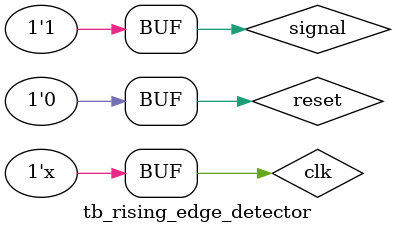
<source format=v>
`timescale 1ns / 1ps


module tb_rising_edge_detector;

reg clk;
reg signal;
reg reset;

wire outedge;

rising_edge_detector u1(
.clk(clk),
.signal(signal),
.reset(reset),
.outedge(outedge)
);

initial begin

clk = 0;
signal = 0;
reset = 0;
#20;

signal = 1;


end


always 
    #20 clk = ~clk;    
    
endmodule

</source>
